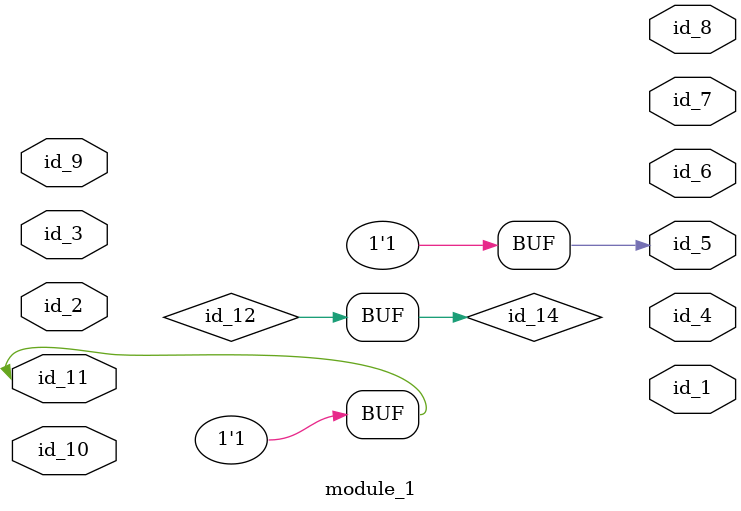
<source format=v>
module module_0 ();
  wire id_1;
endmodule
module module_1 (
    id_1,
    id_2,
    id_3,
    id_4,
    id_5,
    id_6,
    id_7,
    id_8,
    id_9,
    id_10,
    id_11
);
  inout wire id_11;
  input wire id_10;
  input wire id_9;
  output wire id_8;
  output wire id_7;
  output wire id_6;
  output wire id_5;
  output wire id_4;
  input wire id_3;
  input wire id_2;
  output wire id_1;
  wire id_12, id_13;
  wire id_14 = id_12, id_15;
  assign id_5 = 1;
  module_0 modCall_1 ();
  assign id_11 = -1;
endmodule

</source>
